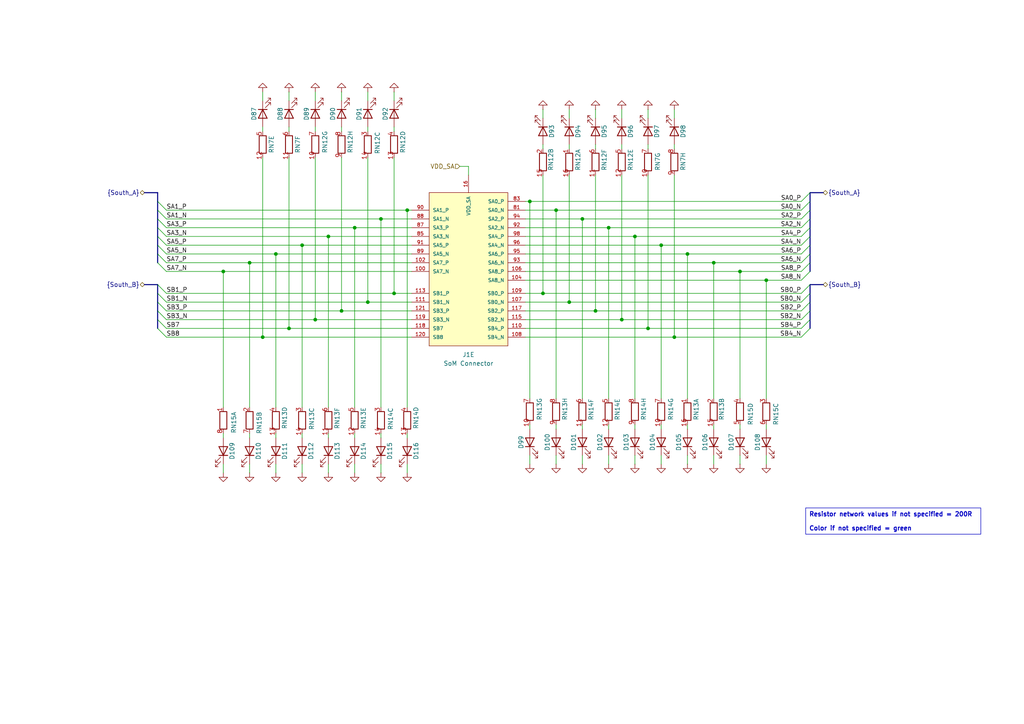
<source format=kicad_sch>
(kicad_sch (version 20231120) (generator "eeschema") (generator_version "8.0")
  (paper "A4")
  (title_block (title "SoM Programmer & Tester") (date "2024-12-20") (rev "0.1") (company "Technische Hochschule Köln") (comment 1 "Felix Sebastian Nitz"))
  (junction (at 80.01 73.66))
  (junction (at 76.2 97.79))
  (junction (at 99.06 90.17))
  (junction (at 118.11 60.96))
  (junction (at 114.3 85.09))
  (junction (at 83.82 95.25))
  (junction (at 172.72 90.17))
  (junction (at 153.67 58.42))
  (junction (at 72.39 76.2))
  (junction (at 102.87 66.04))
  (junction (at 191.77 71.12))
  (junction (at 87.63 71.12))
  (junction (at 187.96 95.25))
  (junction (at 95.25 68.58))
  (junction (at 207.01 76.2))
  (junction (at 91.44 92.71))
  (junction (at 222.25 81.28))
  (junction (at 195.58 97.79))
  (junction (at 199.39 73.66))
  (junction (at 110.49 63.5))
  (junction (at 184.15 68.58))
  (junction (at 64.77 78.74))
  (junction (at 180.34 92.71))
  (junction (at 168.91 63.5))
  (junction (at 176.53 66.04))
  (junction (at 214.63 78.74))
  (junction (at 106.68 87.63))
  (junction (at 161.29 60.96))
  (junction (at 165.1 87.63))
  (junction (at 157.48 85.09))
  (bus_entry (at 234.95 87.63) (size -2.54 2.54))
  (bus_entry (at 234.95 68.58) (size -2.54 2.54))
  (bus_entry (at 234.95 66.04) (size -2.54 2.54))
  (bus_entry (at 234.95 90.17) (size -2.54 2.54))
  (bus_entry (at 234.95 78.74) (size -2.54 2.54))
  (bus_entry (at 234.95 95.25) (size -2.54 2.54))
  (bus_entry (at 234.95 85.09) (size -2.54 2.54))
  (bus_entry (at 45.72 58.42) (size 2.54 2.54))
  (bus_entry (at 45.72 71.12) (size 2.54 2.54))
  (bus_entry (at 45.72 68.58) (size 2.54 2.54))
  (bus_entry (at 45.72 63.5) (size 2.54 2.54))
  (bus_entry (at 45.72 76.2) (size 2.54 2.54))
  (bus_entry (at 45.72 73.66) (size 2.54 2.54))
  (bus_entry (at 45.72 66.04) (size 2.54 2.54))
  (bus_entry (at 234.95 82.55) (size -2.54 2.54))
  (bus_entry (at 45.72 92.71) (size 2.54 2.54))
  (bus_entry (at 45.72 95.25) (size 2.54 2.54))
  (bus_entry (at 234.95 76.2) (size -2.54 2.54))
  (bus_entry (at 234.95 60.96) (size -2.54 2.54))
  (bus_entry (at 234.95 92.71) (size -2.54 2.54))
  (bus_entry (at 234.95 71.12) (size -2.54 2.54))
  (bus_entry (at 45.72 90.17) (size 2.54 2.54))
  (bus_entry (at 234.95 63.5) (size -2.54 2.54))
  (bus_entry (at 45.72 60.96) (size 2.54 2.54))
  (bus_entry (at 234.95 73.66) (size -2.54 2.54))
  (bus_entry (at 45.72 82.55) (size 2.54 2.54))
  (bus_entry (at 45.72 87.63) (size 2.54 2.54))
  (bus_entry (at 45.72 85.09) (size 2.54 2.54))
  (bus_entry (at 234.95 58.42) (size -2.54 2.54))
  (bus_entry (at 234.95 55.88) (size -2.54 2.54))
  (wire (pts (xy 91.44 92.71) (xy 91.44 45.72)))
  (wire (pts (xy 110.49 63.5) (xy 119.38 63.5)))
  (wire (pts (xy 83.82 95.25) (xy 83.82 45.72)))
  (bus (pts (xy 234.95 87.63) (xy 234.95 90.17)))
  (wire (pts (xy 187.96 95.25) (xy 187.96 50.8)))
  (wire (pts (xy 118.11 134.62) (xy 118.11 137.16)))
  (wire (pts (xy 48.26 73.66) (xy 80.01 73.66)))
  (wire (pts (xy 168.91 63.5) (xy 168.91 115.57)))
  (bus (pts (xy 45.72 58.42) (xy 45.72 60.96)))
  (wire (pts (xy 176.53 123.19) (xy 176.53 124.46)))
  (wire (pts (xy 152.4 92.71) (xy 180.34 92.71)))
  (wire (pts (xy 152.4 60.96) (xy 161.29 60.96)))
  (bus (pts (xy 234.95 90.17) (xy 234.95 92.71)))
  (wire (pts (xy 165.1 87.63) (xy 165.1 50.8)))
  (wire (pts (xy 199.39 73.66) (xy 232.41 73.66)))
  (wire (pts (xy 214.63 78.74) (xy 232.41 78.74)))
  (wire (pts (xy 91.44 92.71) (xy 119.38 92.71)))
  (wire (pts (xy 195.58 43.18) (xy 195.58 41.91)))
  (wire (pts (xy 152.4 71.12) (xy 191.77 71.12)))
  (wire (pts (xy 152.4 95.25) (xy 187.96 95.25)))
  (wire (pts (xy 199.39 73.66) (xy 199.39 115.57)))
  (wire (pts (xy 214.63 78.74) (xy 214.63 115.57)))
  (bus (pts (xy 234.95 63.5) (xy 234.95 66.04)))
  (wire (pts (xy 114.3 29.21) (xy 114.3 26.67)))
  (wire (pts (xy 191.77 123.19) (xy 191.77 124.46)))
  (wire (pts (xy 152.4 73.66) (xy 199.39 73.66)))
  (wire (pts (xy 48.26 97.79) (xy 76.2 97.79)))
  (wire (pts (xy 165.1 87.63) (xy 232.41 87.63)))
  (bus (pts (xy 234.95 58.42) (xy 234.95 60.96)))
  (bus (pts (xy 45.72 90.17) (xy 45.72 92.71)))
  (wire (pts (xy 80.01 125.73) (xy 80.01 127)))
  (bus (pts (xy 234.95 92.71) (xy 234.95 95.25)))
  (wire (pts (xy 99.06 90.17) (xy 99.06 45.72)))
  (wire (pts (xy 48.26 68.58) (xy 95.25 68.58)))
  (wire (pts (xy 48.26 76.2) (xy 72.39 76.2)))
  (wire (pts (xy 114.3 38.1) (xy 114.3 36.83)))
  (wire (pts (xy 95.25 125.73) (xy 95.25 127)))
  (bus (pts (xy 45.72 71.12) (xy 45.72 73.66)))
  (wire (pts (xy 48.26 78.74) (xy 64.77 78.74)))
  (wire (pts (xy 91.44 29.21) (xy 91.44 26.67)))
  (wire (pts (xy 152.4 68.58) (xy 184.15 68.58)))
  (wire (pts (xy 72.39 134.62) (xy 72.39 137.16)))
  (wire (pts (xy 184.15 68.58) (xy 232.41 68.58)))
  (wire (pts (xy 48.26 66.04) (xy 102.87 66.04)))
  (bus (pts (xy 45.72 66.04) (xy 45.72 68.58)))
  (wire (pts (xy 153.67 58.42) (xy 153.67 115.57)))
  (wire (pts (xy 153.67 123.19) (xy 153.67 124.46)))
  (wire (pts (xy 161.29 123.19) (xy 161.29 124.46)))
  (bus (pts (xy 234.95 82.55) (xy 234.95 85.09)))
  (wire (pts (xy 87.63 134.62) (xy 87.63 137.16)))
  (wire (pts (xy 152.4 81.28) (xy 222.25 81.28)))
  (wire (pts (xy 80.01 73.66) (xy 80.01 118.11)))
  (bus (pts (xy 45.72 92.71) (xy 45.72 95.25)))
  (wire (pts (xy 152.4 63.5) (xy 168.91 63.5)))
  (wire (pts (xy 48.26 85.09) (xy 114.3 85.09)))
  (wire (pts (xy 102.87 66.04) (xy 102.87 118.11)))
  (wire (pts (xy 95.25 68.58) (xy 95.25 118.11)))
  (bus (pts (xy 234.95 60.96) (xy 234.95 63.5)))
  (wire (pts (xy 207.01 76.2) (xy 207.01 115.57)))
  (wire (pts (xy 187.96 43.18) (xy 187.96 41.91)))
  (wire (pts (xy 110.49 134.62) (xy 110.49 137.16)))
  (bus (pts (xy 45.72 55.88) (xy 45.72 58.42)))
  (wire (pts (xy 48.26 63.5) (xy 110.49 63.5)))
  (wire (pts (xy 110.49 63.5) (xy 110.49 118.11)))
  (wire (pts (xy 152.4 76.2) (xy 207.01 76.2)))
  (bus (pts (xy 234.95 85.09) (xy 234.95 87.63)))
  (wire (pts (xy 165.1 34.29) (xy 165.1 31.75)))
  (wire (pts (xy 106.68 87.63) (xy 119.38 87.63)))
  (wire (pts (xy 76.2 45.72) (xy 76.2 97.79)))
  (wire (pts (xy 48.26 90.17) (xy 99.06 90.17)))
  (wire (pts (xy 80.01 134.62) (xy 80.01 137.16)))
  (wire (pts (xy 165.1 43.18) (xy 165.1 41.91)))
  (wire (pts (xy 87.63 125.73) (xy 87.63 127)))
  (wire (pts (xy 83.82 29.21) (xy 83.82 26.67)))
  (bus (pts (xy 45.72 85.09) (xy 45.72 87.63)))
  (wire (pts (xy 153.67 132.08) (xy 153.67 134.62)))
  (wire (pts (xy 180.34 92.71) (xy 180.34 50.8)))
  (wire (pts (xy 118.11 60.96) (xy 119.38 60.96)))
  (wire (pts (xy 152.4 87.63) (xy 165.1 87.63)))
  (wire (pts (xy 157.48 85.09) (xy 232.41 85.09)))
  (wire (pts (xy 184.15 132.08) (xy 184.15 134.62)))
  (wire (pts (xy 99.06 38.1) (xy 99.06 36.83)))
  (wire (pts (xy 207.01 132.08) (xy 207.01 134.62)))
  (wire (pts (xy 106.68 29.21) (xy 106.68 26.67)))
  (wire (pts (xy 95.25 68.58) (xy 119.38 68.58)))
  (wire (pts (xy 76.2 38.1) (xy 76.2 36.83)))
  (wire (pts (xy 172.72 90.17) (xy 232.41 90.17)))
  (bus (pts (xy 45.72 68.58) (xy 45.72 71.12)))
  (wire (pts (xy 72.39 76.2) (xy 119.38 76.2)))
  (wire (pts (xy 184.15 123.19) (xy 184.15 124.46)))
  (wire (pts (xy 106.68 38.1) (xy 106.68 36.83)))
  (wire (pts (xy 161.29 60.96) (xy 161.29 115.57)))
  (wire (pts (xy 180.34 43.18) (xy 180.34 41.91)))
  (wire (pts (xy 191.77 132.08) (xy 191.77 134.62)))
  (wire (pts (xy 195.58 97.79) (xy 232.41 97.79)))
  (wire (pts (xy 187.96 95.25) (xy 232.41 95.25)))
  (bus (pts (xy 234.95 73.66) (xy 234.95 76.2)))
  (wire (pts (xy 118.11 125.73) (xy 118.11 127)))
  (wire (pts (xy 152.4 58.42) (xy 153.67 58.42)))
  (wire (pts (xy 161.29 60.96) (xy 232.41 60.96)))
  (wire (pts (xy 48.26 60.96) (xy 118.11 60.96)))
  (wire (pts (xy 87.63 71.12) (xy 119.38 71.12)))
  (wire (pts (xy 80.01 73.66) (xy 119.38 73.66)))
  (wire (pts (xy 135.89 48.26) (xy 135.89 50.8)))
  (wire (pts (xy 99.06 29.21) (xy 99.06 26.67)))
  (wire (pts (xy 168.91 63.5) (xy 232.41 63.5)))
  (bus (pts (xy 234.95 71.12) (xy 234.95 73.66)))
  (bus (pts (xy 234.95 76.2) (xy 234.95 78.74)))
  (wire (pts (xy 168.91 123.19) (xy 168.91 124.46)))
  (wire (pts (xy 72.39 76.2) (xy 72.39 118.11)))
  (wire (pts (xy 152.4 78.74) (xy 214.63 78.74)))
  (wire (pts (xy 48.26 71.12) (xy 87.63 71.12)))
  (wire (pts (xy 102.87 134.62) (xy 102.87 137.16)))
  (wire (pts (xy 64.77 78.74) (xy 119.38 78.74)))
  (wire (pts (xy 48.26 95.25) (xy 83.82 95.25)))
  (wire (pts (xy 222.25 81.28) (xy 232.41 81.28)))
  (bus (pts (xy 234.95 68.58) (xy 234.95 71.12)))
  (wire (pts (xy 207.01 76.2) (xy 232.41 76.2)))
  (wire (pts (xy 207.01 123.19) (xy 207.01 124.46)))
  (wire (pts (xy 191.77 71.12) (xy 232.41 71.12)))
  (wire (pts (xy 191.77 71.12) (xy 191.77 115.57)))
  (bus (pts (xy 41.91 82.55) (xy 45.72 82.55)))
  (wire (pts (xy 222.25 123.19) (xy 222.25 124.46)))
  (wire (pts (xy 95.25 134.62) (xy 95.25 137.16)))
  (wire (pts (xy 172.72 43.18) (xy 172.72 41.91)))
  (wire (pts (xy 157.48 43.18) (xy 157.48 41.91)))
  (wire (pts (xy 48.26 92.71) (xy 91.44 92.71)))
  (wire (pts (xy 172.72 34.29) (xy 172.72 31.75)))
  (wire (pts (xy 110.49 125.73) (xy 110.49 127)))
  (bus (pts (xy 41.91 55.88) (xy 45.72 55.88)))
  (wire (pts (xy 180.34 34.29) (xy 180.34 31.75)))
  (bus (pts (xy 238.76 82.55) (xy 234.95 82.55)))
  (wire (pts (xy 76.2 29.21) (xy 76.2 26.67)))
  (bus (pts (xy 45.72 63.5) (xy 45.72 66.04)))
  (wire (pts (xy 152.4 66.04) (xy 176.53 66.04)))
  (wire (pts (xy 91.44 38.1) (xy 91.44 36.83)))
  (wire (pts (xy 222.25 81.28) (xy 222.25 115.57)))
  (wire (pts (xy 72.39 125.73) (xy 72.39 127)))
  (bus (pts (xy 45.72 73.66) (xy 45.72 76.2)))
  (wire (pts (xy 214.63 123.19) (xy 214.63 124.46)))
  (wire (pts (xy 180.34 92.71) (xy 232.41 92.71)))
  (wire (pts (xy 153.67 58.42) (xy 232.41 58.42)))
  (wire (pts (xy 222.25 132.08) (xy 222.25 134.62)))
  (bus (pts (xy 234.95 55.88) (xy 234.95 58.42)))
  (bus (pts (xy 234.95 55.88) (xy 238.76 55.88)))
  (wire (pts (xy 48.26 87.63) (xy 106.68 87.63)))
  (wire (pts (xy 102.87 66.04) (xy 119.38 66.04)))
  (wire (pts (xy 64.77 134.62) (xy 64.77 137.16)))
  (wire (pts (xy 64.77 125.73) (xy 64.77 127)))
  (wire (pts (xy 76.2 97.79) (xy 119.38 97.79)))
  (wire (pts (xy 118.11 60.96) (xy 118.11 118.11)))
  (wire (pts (xy 87.63 71.12) (xy 87.63 118.11)))
  (wire (pts (xy 176.53 66.04) (xy 232.41 66.04)))
  (bus (pts (xy 45.72 82.55) (xy 45.72 85.09)))
  (wire (pts (xy 161.29 132.08) (xy 161.29 134.62)))
  (wire (pts (xy 102.87 125.73) (xy 102.87 127)))
  (bus (pts (xy 45.72 87.63) (xy 45.72 90.17)))
  (wire (pts (xy 152.4 97.79) (xy 195.58 97.79)))
  (wire (pts (xy 114.3 85.09) (xy 119.38 85.09)))
  (wire (pts (xy 176.53 66.04) (xy 176.53 115.57)))
  (wire (pts (xy 83.82 95.25) (xy 119.38 95.25)))
  (wire (pts (xy 157.48 85.09) (xy 157.48 50.8)))
  (wire (pts (xy 187.96 34.29) (xy 187.96 31.75)))
  (wire (pts (xy 157.48 34.29) (xy 157.48 31.75)))
  (wire (pts (xy 152.4 90.17) (xy 172.72 90.17)))
  (wire (pts (xy 195.58 97.79) (xy 195.58 50.8)))
  (wire (pts (xy 184.15 68.58) (xy 184.15 115.57)))
  (bus (pts (xy 234.95 66.04) (xy 234.95 68.58)))
  (wire (pts (xy 199.39 132.08) (xy 199.39 134.62)))
  (wire (pts (xy 195.58 34.29) (xy 195.58 31.75)))
  (bus (pts (xy 45.72 60.96) (xy 45.72 63.5)))
  (wire (pts (xy 133.35 48.26) (xy 135.89 48.26)))
  (wire (pts (xy 176.53 132.08) (xy 176.53 134.62)))
  (wire (pts (xy 83.82 38.1) (xy 83.82 36.83)))
  (wire (pts (xy 214.63 132.08) (xy 214.63 134.62)))
  (wire (pts (xy 99.06 90.17) (xy 119.38 90.17)))
  (wire (pts (xy 64.77 78.74) (xy 64.77 118.11)))
  (wire (pts (xy 152.4 85.09) (xy 157.48 85.09)))
  (wire (pts (xy 106.68 87.63) (xy 106.68 45.72)))
  (wire (pts (xy 114.3 85.09) (xy 114.3 45.72)))
  (wire (pts (xy 172.72 90.17) (xy 172.72 50.8)))
  (wire (pts (xy 168.91 132.08) (xy 168.91 134.62)))
  (wire (pts (xy 199.39 123.19) (xy 199.39 124.46)))
  (text_box "Resistor network values if not specified = 200R\n\nColor if not specified = green" (at 233.68 147.32 0) (size 50.8 7.62) (effects (font (size 1.27 1.27) (thickness 0.254) (bold yes)) (justify left)))
  (label "SA5_P" (at 48.26 71.12 0))
  (label "SB3_P" (at 48.26 90.17 0))
  (label "SB4_N" (at 232.41 97.79 180))
  (label "SA6_N" (at 232.41 76.2 180))
  (label "SA0_P" (at 232.41 58.42 180))
  (label "SA7_P" (at 48.26 76.2 0))
  (label "SA0_N" (at 232.41 60.96 180))
  (label "SA5_N" (at 48.26 73.66 0))
  (label "SA8_P" (at 232.41 78.74 180))
  (label "SA1_P" (at 48.26 60.96 0))
  (label "SA4_P" (at 232.41 68.58 180))
  (label "SB7" (at 48.26 95.25 0))
  (label "SB1_P" (at 48.26 85.09 0))
  (label "SA7_N" (at 48.26 78.74 0))
  (label "SA2_N" (at 232.41 66.04 180))
  (label "SB2_N" (at 232.41 92.71 180))
  (label "SB2_P" (at 232.41 90.17 180))
  (label "SA3_N" (at 48.26 68.58 0))
  (label "SB0_N" (at 232.41 87.63 180))
  (label "SA1_N" (at 48.26 63.5 0))
  (label "SA3_P" (at 48.26 66.04 0))
  (label "SB4_P" (at 232.41 95.25 180))
  (label "SA6_P" (at 232.41 73.66 180))
  (label "SB3_N" (at 48.26 92.71 0))
  (label "SB8" (at 48.26 97.79 0))
  (label "SA2_P" (at 232.41 63.5 180))
  (label "SA4_N" (at 232.41 71.12 180))
  (label "SA8_N" (at 232.41 81.28 180))
  (label "SB1_N" (at 48.26 87.63 0))
  (label "SB0_P" (at 232.41 85.09 180))
  (hierarchical_label "{South_A}" (shape bidirectional) (at 238.76 55.88 0))
  (hierarchical_label "{South_B}" (shape bidirectional) (at 238.76 82.55 0))
  (hierarchical_label "VDD_SA" (shape input) (at 133.35 48.26 180))
  (hierarchical_label "{South_B}" (shape bidirectional) (at 41.91 82.55 180))
  (hierarchical_label "{South_A}" (shape bidirectional) (at 41.91 55.88 180))
  (symbol (lib_id "power:GND") (at 76.2 26.67 0) (mirror x) (unit 1)
    (property "Reference" "#PWR096" (effects (hide yes)))
    (property "Value" "GND" (effects (hide yes)))
    (property "Description" "Power symbol creates a global label with name \"GND\" , ground" (effects (hide yes)))
  )
  (symbol (lib_id "Device:LED") (at 176.53 128.27 90) (unit 1)
    (property "Reference" "D102" (at 173.99 128.27 0))
    (property "Value" "Green" (effects (hide yes)))
    (property "Footprint" "LED_SMD:LED_0603_1608Metric" (effects (hide yes)))
    (property "Description" "Light emitting diode" (effects (hide yes)))
    (property "Mouser Part Number" "710-150060VS75000" (effects (hide yes)))
  )
  (symbol (lib_id "power:GND") (at 114.3 26.67 0) (mirror x) (unit 1)
    (property "Reference" "#PWR0101" (effects (hide yes)))
    (property "Value" "GND" (effects (hide yes)))
    (property "Description" "Power symbol creates a global label with name \"GND\" , ground" (effects (hide yes)))
  )
  (symbol (lib_id "Device:R_Pack08_Split") (at 191.77 119.38 180) (unit 7)
    (property "Reference" "RN14" (at 194.564 121.92 90) (effects (justify right)))
    (property "Value" "200R" (effects (hide yes)))
    (property "Footprint" "Resistor_SMD:R_Array_Convex_8x0602" (effects (hide yes)))
    (property "Description" "8 resistor network, parallel topology, split" (effects (hide yes)))
    (property "Mouser Part Number" "667-EXB-2HV201JV" (effects (hide yes)))
  )
  (symbol (lib_id "power:GND") (at 168.91 134.62 0) (unit 1)
    (property "Reference" "#PWR0110" (effects (hide yes)))
    (property "Value" "GND" (effects (hide yes)))
    (property "Description" "Power symbol creates a global label with name \"GND\" , ground" (effects (hide yes)))
  )
  (symbol (lib_id "Device:R_Pack08_Split") (at 83.82 41.91 180) (unit 6)
    (property "Reference" "RN7" (at 86.36 44.45 90) (effects (justify right)))
    (property "Value" "200R" (effects (hide yes)))
    (property "Footprint" "Resistor_SMD:R_Array_Convex_8x0602" (effects (hide yes)))
    (property "Description" "8 resistor network, parallel topology, split" (effects (hide yes)))
    (property "Mouser Part Number" "667-EXB-2HV201JV" (effects (hide yes)))
  )
  (symbol (lib_id "power:GND") (at 110.49 137.16 0) (mirror y) (unit 1)
    (property "Reference" "#PWR0124" (effects (hide yes)))
    (property "Value" "GND" (effects (hide yes)))
    (property "Description" "Power symbol creates a global label with name \"GND\" , ground" (effects (hide yes)))
  )
  (symbol (lib_id "Device:LED") (at 76.2 33.02 90) (mirror x) (unit 1)
    (property "Reference" "D87" (at 73.66 33.02 0))
    (property "Value" "Green" (effects (hide yes)))
    (property "Footprint" "LED_SMD:LED_0603_1608Metric" (effects (hide yes)))
    (property "Description" "Light emitting diode" (effects (hide yes)))
    (property "Mouser Part Number" "710-150060VS75000" (effects (hide yes)))
  )
  (symbol (lib_id "Device:R_Pack08_Split") (at 153.67 119.38 180) (unit 7)
    (property "Reference" "RN13" (at 156.464 121.92 90) (effects (justify right)))
    (property "Value" "200R" (effects (hide yes)))
    (property "Footprint" "Resistor_SMD:R_Array_Convex_8x0602" (effects (hide yes)))
    (property "Description" "8 resistor network, parallel topology, split" (effects (hide yes)))
    (property "Mouser Part Number" "667-EXB-2HV201JV" (effects (hide yes)))
  )
  (symbol (lib_id "Device:R_Pack08_Split") (at 102.87 121.92 180) (unit 5)
    (property "Reference" "RN13" (at 105.41 124.46 90) (effects (justify right)))
    (property "Value" "200R" (effects (hide yes)))
    (property "Footprint" "Resistor_SMD:R_Array_Convex_8x0602" (effects (hide yes)))
    (property "Description" "8 resistor network, parallel topology, split" (effects (hide yes)))
    (property "Mouser Part Number" "667-EXB-2HV201JV" (effects (hide yes)))
  )
  (symbol (lib_id "Device:R_Pack08_Split") (at 184.15 119.38 180) (unit 8)
    (property "Reference" "RN14" (at 186.69 121.92 90) (effects (justify right)))
    (property "Value" "200R" (effects (hide yes)))
    (property "Footprint" "Resistor_SMD:R_Array_Convex_8x0602" (effects (hide yes)))
    (property "Description" "8 resistor network, parallel topology, split" (effects (hide yes)))
    (property "Mouser Part Number" "667-EXB-2HV201JV" (effects (hide yes)))
  )
  (symbol (lib_id "power:GND") (at 195.58 31.75 180) (unit 1)
    (property "Reference" "#PWR0107" (effects (hide yes)))
    (property "Value" "GND" (effects (hide yes)))
    (property "Description" "Power symbol creates a global label with name \"GND\" , ground" (effects (hide yes)))
  )
  (symbol (lib_id "power:GND") (at 80.01 137.16 0) (mirror y) (unit 1)
    (property "Reference" "#PWR0120" (effects (hide yes)))
    (property "Value" "GND" (effects (hide yes)))
    (property "Description" "Power symbol creates a global label with name \"GND\" , ground" (effects (hide yes)))
  )
  (symbol (lib_id "Device:LED") (at 187.96 38.1 270) (unit 1)
    (property "Reference" "D97" (at 190.5 38.1 0))
    (property "Value" "Green" (effects (hide yes)))
    (property "Footprint" "LED_SMD:LED_0603_1608Metric" (effects (hide yes)))
    (property "Description" "Light emitting diode" (effects (hide yes)))
    (property "Mouser Part Number" "710-150060VS75000" (effects (hide yes)))
  )
  (symbol (lib_id "power:GND") (at 87.63 137.16 0) (mirror y) (unit 1)
    (property "Reference" "#PWR0121" (effects (hide yes)))
    (property "Value" "GND" (effects (hide yes)))
    (property "Description" "Power symbol creates a global label with name \"GND\" , ground" (effects (hide yes)))
  )
  (symbol (lib_id "Device:LED") (at 172.72 38.1 270) (unit 1)
    (property "Reference" "D95" (at 175.26 38.1 0))
    (property "Value" "Green" (effects (hide yes)))
    (property "Footprint" "LED_SMD:LED_0603_1608Metric" (effects (hide yes)))
    (property "Description" "Light emitting diode" (effects (hide yes)))
    (property "Mouser Part Number" "710-150060VS75000" (effects (hide yes)))
  )
  (symbol (lib_id "power:GND") (at 72.39 137.16 0) (mirror y) (unit 1)
    (property "Reference" "#PWR0119" (effects (hide yes)))
    (property "Value" "GND" (effects (hide yes)))
    (property "Description" "Power symbol creates a global label with name \"GND\" , ground" (effects (hide yes)))
  )
  (symbol (lib_id "Device:R_Pack08_Split") (at 95.25 121.92 180) (unit 6)
    (property "Reference" "RN13" (at 97.79 124.46 90) (effects (justify right)))
    (property "Value" "200R" (effects (hide yes)))
    (property "Footprint" "Resistor_SMD:R_Array_Convex_8x0602" (effects (hide yes)))
    (property "Description" "8 resistor network, parallel topology, split" (effects (hide yes)))
    (property "Mouser Part Number" "667-EXB-2HV201JV" (effects (hide yes)))
  )
  (symbol (lib_id "Device:LED") (at 114.3 33.02 90) (mirror x) (unit 1)
    (property "Reference" "D92" (at 111.76 33.02 0))
    (property "Value" "Green" (effects (hide yes)))
    (property "Footprint" "LED_SMD:LED_0603_1608Metric" (effects (hide yes)))
    (property "Description" "Light emitting diode" (effects (hide yes)))
    (property "Mouser Part Number" "710-150060VS75000" (effects (hide yes)))
  )
  (symbol (lib_id "Device:LED") (at 80.01 130.81 270) (mirror x) (unit 1)
    (property "Reference" "D111" (at 82.55 130.81 0))
    (property "Value" "Green" (effects (hide yes)))
    (property "Footprint" "LED_SMD:LED_0603_1608Metric" (effects (hide yes)))
    (property "Description" "Light emitting diode" (effects (hide yes)))
    (property "Mouser Part Number" "710-150060VS75000" (effects (hide yes)))
  )
  (symbol (lib_id "Device:LED") (at 95.25 130.81 270) (mirror x) (unit 1)
    (property "Reference" "D113" (at 97.79 130.81 0))
    (property "Value" "Green" (effects (hide yes)))
    (property "Footprint" "LED_SMD:LED_0603_1608Metric" (effects (hide yes)))
    (property "Description" "Light emitting diode" (effects (hide yes)))
    (property "Mouser Part Number" "710-150060VS75000" (effects (hide yes)))
  )
  (symbol (lib_id "power:GND") (at 214.63 134.62 0) (unit 1)
    (property "Reference" "#PWR0116" (effects (hide yes)))
    (property "Value" "GND" (effects (hide yes)))
    (property "Description" "Power symbol creates a global label with name \"GND\" , ground" (effects (hide yes)))
  )
  (symbol (lib_id "Device:LED") (at 165.1 38.1 270) (unit 1)
    (property "Reference" "D94" (at 167.64 38.1 0))
    (property "Value" "Green" (effects (hide yes)))
    (property "Footprint" "LED_SMD:LED_0603_1608Metric" (effects (hide yes)))
    (property "Description" "Light emitting diode" (effects (hide yes)))
    (property "Mouser Part Number" "710-150060VS75000" (effects (hide yes)))
  )
  (symbol (lib_id "Device:LED") (at 168.91 128.27 90) (unit 1)
    (property "Reference" "D101" (at 166.37 128.27 0))
    (property "Value" "Green" (effects (hide yes)))
    (property "Footprint" "LED_SMD:LED_0603_1608Metric" (effects (hide yes)))
    (property "Description" "Light emitting diode" (effects (hide yes)))
    (property "Mouser Part Number" "710-150060VS75000" (effects (hide yes)))
  )
  (symbol (lib_id "Device:LED") (at 153.67 128.27 90) (unit 1)
    (property "Reference" "D99" (at 151.13 128.27 0))
    (property "Value" "Green" (effects (hide yes)))
    (property "Footprint" "LED_SMD:LED_0603_1608Metric" (effects (hide yes)))
    (property "Description" "Light emitting diode" (effects (hide yes)))
    (property "Mouser Part Number" "710-150060VS75000" (effects (hide yes)))
  )
  (symbol (lib_id "Device:R_Pack08_Split") (at 106.68 41.91 180) (unit 3)
    (property "Reference" "RN12" (at 109.474 44.704 90) (effects (justify right)))
    (property "Value" "200R" (effects (hide yes)))
    (property "Footprint" "Resistor_SMD:R_Array_Convex_8x0602" (effects (hide yes)))
    (property "Description" "8 resistor network, parallel topology, split" (effects (hide yes)))
    (property "Mouser Part Number" "667-EXB-2HV201JV" (effects (hide yes)))
  )
  (symbol (lib_id "power:GND") (at 106.68 26.67 0) (mirror x) (unit 1)
    (property "Reference" "#PWR0100" (effects (hide yes)))
    (property "Value" "GND" (effects (hide yes)))
    (property "Description" "Power symbol creates a global label with name \"GND\" , ground" (effects (hide yes)))
  )
  (symbol (lib_id "Device:R_Pack08_Split") (at 195.58 46.99 180) (unit 8)
    (property "Reference" "RN7" (at 198.12 49.53 90) (effects (justify right)))
    (property "Value" "200R" (effects (hide yes)))
    (property "Footprint" "Resistor_SMD:R_Array_Convex_8x0602" (effects (hide yes)))
    (property "Description" "8 resistor network, parallel topology, split" (effects (hide yes)))
    (property "Mouser Part Number" "667-EXB-2HV201JV" (effects (hide yes)))
  )
  (symbol (lib_id "Device:R_Pack08_Split") (at 165.1 46.99 180) (unit 1)
    (property "Reference" "RN12" (at 167.64 49.53 90) (effects (justify right)))
    (property "Value" "200R" (effects (hide yes)))
    (property "Footprint" "Resistor_SMD:R_Array_Convex_8x0602" (effects (hide yes)))
    (property "Description" "8 resistor network, parallel topology, split" (effects (hide yes)))
    (property "Mouser Part Number" "667-EXB-2HV201JV" (effects (hide yes)))
  )
  (symbol (lib_id "power:GND") (at 95.25 137.16 0) (mirror y) (unit 1)
    (property "Reference" "#PWR0122" (effects (hide yes)))
    (property "Value" "GND" (effects (hide yes)))
    (property "Description" "Power symbol creates a global label with name \"GND\" , ground" (effects (hide yes)))
  )
  (symbol (lib_id "Device:LED") (at 102.87 130.81 270) (mirror x) (unit 1)
    (property "Reference" "D114" (at 105.41 130.81 0))
    (property "Value" "Green" (effects (hide yes)))
    (property "Footprint" "LED_SMD:LED_0603_1608Metric" (effects (hide yes)))
    (property "Description" "Light emitting diode" (effects (hide yes)))
    (property "Mouser Part Number" "710-150060VS75000" (effects (hide yes)))
  )
  (symbol (lib_id "Device:R_Pack08_Split") (at 176.53 119.38 180) (unit 5)
    (property "Reference" "RN14" (at 179.07 121.92 90) (effects (justify right)))
    (property "Value" "200R" (effects (hide yes)))
    (property "Footprint" "Resistor_SMD:R_Array_Convex_8x0602" (effects (hide yes)))
    (property "Description" "8 resistor network, parallel topology, split" (effects (hide yes)))
    (property "Mouser Part Number" "667-EXB-2HV201JV" (effects (hide yes)))
  )
  (symbol (lib_id "Device:R_Pack08_Split") (at 110.49 121.92 180) (unit 3)
    (property "Reference" "RN14" (at 113.284 124.714 90) (effects (justify right)))
    (property "Value" "200R" (effects (hide yes)))
    (property "Footprint" "Resistor_SMD:R_Array_Convex_8x0602" (effects (hide yes)))
    (property "Description" "8 resistor network, parallel topology, split" (effects (hide yes)))
    (property "Mouser Part Number" "667-EXB-2HV201JV" (effects (hide yes)))
  )
  (symbol (lib_id "Device:R_Pack04_Split") (at 222.25 119.38 0) (mirror x) (unit 3)
    (property "Reference" "RN15" (at 225.044 116.84 90) (effects (justify left)))
    (property "Value" "200R" (effects (hide yes)))
    (property "Footprint" "Resistor_SMD:R_Array_Convex_4x0603" (effects (hide yes)))
    (property "Description" "4 resistor network, parallel topology, split" (effects (hide yes)))
    (property "Mouser Part Number" "667-EXB-38V201JV" (effects (hide yes)))
  )
  (symbol (lib_id "Device:R_Pack08_Split") (at 172.72 46.99 180) (unit 6)
    (property "Reference" "RN12" (at 175.26 49.53 90) (effects (justify right)))
    (property "Value" "200R" (effects (hide yes)))
    (property "Footprint" "Resistor_SMD:R_Array_Convex_8x0602" (effects (hide yes)))
    (property "Description" "8 resistor network, parallel topology, split" (effects (hide yes)))
    (property "Mouser Part Number" "667-EXB-2HV201JV" (effects (hide yes)))
  )
  (symbol (lib_id "Device:LED") (at 195.58 38.1 270) (unit 1)
    (property "Reference" "D98" (at 198.12 38.1 0))
    (property "Value" "Green" (effects (hide yes)))
    (property "Footprint" "LED_SMD:LED_0603_1608Metric" (effects (hide yes)))
    (property "Description" "Light emitting diode" (effects (hide yes)))
    (property "Mouser Part Number" "710-150060VS75000" (effects (hide yes)))
  )
  (symbol (lib_id "power:GND") (at 165.1 31.75 180) (unit 1)
    (property "Reference" "#PWR0103" (effects (hide yes)))
    (property "Value" "GND" (effects (hide yes)))
    (property "Description" "Power symbol creates a global label with name \"GND\" , ground" (effects (hide yes)))
  )
  (symbol (lib_id "power:GND") (at 161.29 134.62 0) (unit 1)
    (property "Reference" "#PWR0109" (effects (hide yes)))
    (property "Value" "GND" (effects (hide yes)))
    (property "Description" "Power symbol creates a global label with name \"GND\" , ground" (effects (hide yes)))
  )
  (symbol (lib_id "Device:R_Pack08_Split") (at 168.91 119.38 180) (unit 6)
    (property "Reference" "RN14" (at 171.45 121.92 90) (effects (justify right)))
    (property "Value" "200R" (effects (hide yes)))
    (property "Footprint" "Resistor_SMD:R_Array_Convex_8x0602" (effects (hide yes)))
    (property "Description" "8 resistor network, parallel topology, split" (effects (hide yes)))
    (property "Mouser Part Number" "667-EXB-2HV201JV" (effects (hide yes)))
  )
  (symbol (lib_id "Device:R_Pack08_Split") (at 187.96 46.99 180) (unit 7)
    (property "Reference" "RN7" (at 190.754 49.53 90) (effects (justify right)))
    (property "Value" "200R" (effects (hide yes)))
    (property "Footprint" "Resistor_SMD:R_Array_Convex_8x0602" (effects (hide yes)))
    (property "Description" "8 resistor network, parallel topology, split" (effects (hide yes)))
    (property "Mouser Part Number" "667-EXB-2HV201JV" (effects (hide yes)))
  )
  (symbol (lib_id "power:GND") (at 180.34 31.75 180) (unit 1)
    (property "Reference" "#PWR0105" (effects (hide yes)))
    (property "Value" "GND" (effects (hide yes)))
    (property "Description" "Power symbol creates a global label with name \"GND\" , ground" (effects (hide yes)))
  )
  (symbol (lib_id "Device:LED") (at 191.77 128.27 90) (unit 1)
    (property "Reference" "D104" (at 189.23 128.27 0))
    (property "Value" "Green" (effects (hide yes)))
    (property "Footprint" "LED_SMD:LED_0603_1608Metric" (effects (hide yes)))
    (property "Description" "Light emitting diode" (effects (hide yes)))
    (property "Mouser Part Number" "710-150060VS75000" (effects (hide yes)))
  )
  (symbol (lib_id "Device:R_Pack08_Split") (at 161.29 119.38 180) (unit 8)
    (property "Reference" "RN13" (at 163.83 121.92 90) (effects (justify right)))
    (property "Value" "200R" (effects (hide yes)))
    (property "Footprint" "Resistor_SMD:R_Array_Convex_8x0602" (effects (hide yes)))
    (property "Description" "8 resistor network, parallel topology, split" (effects (hide yes)))
    (property "Mouser Part Number" "667-EXB-2HV201JV" (effects (hide yes)))
  )
  (symbol (lib_id "Device:LED") (at 106.68 33.02 90) (mirror x) (unit 1)
    (property "Reference" "D91" (at 104.14 33.02 0))
    (property "Value" "Green" (effects (hide yes)))
    (property "Footprint" "LED_SMD:LED_0603_1608Metric" (effects (hide yes)))
    (property "Description" "Light emitting diode" (effects (hide yes)))
    (property "Mouser Part Number" "710-150060VS75000" (effects (hide yes)))
  )
  (symbol (lib_id "Device:LED") (at 180.34 38.1 270) (unit 1)
    (property "Reference" "D96" (at 182.88 38.1 0))
    (property "Value" "Green" (effects (hide yes)))
    (property "Footprint" "LED_SMD:LED_0603_1608Metric" (effects (hide yes)))
    (property "Description" "Light emitting diode" (effects (hide yes)))
    (property "Mouser Part Number" "710-150060VS75000" (effects (hide yes)))
  )
  (symbol (lib_id "Device:LED") (at 83.82 33.02 90) (mirror x) (unit 1)
    (property "Reference" "D88" (at 81.28 33.02 0))
    (property "Value" "Green" (effects (hide yes)))
    (property "Footprint" "LED_SMD:LED_0603_1608Metric" (effects (hide yes)))
    (property "Description" "Light emitting diode" (effects (hide yes)))
    (property "Mouser Part Number" "710-150060VS75000" (effects (hide yes)))
  )
  (symbol (lib_id "Device:R_Pack08_Split") (at 118.11 121.92 180) (unit 4)
    (property "Reference" "RN14" (at 120.65 124.46 90) (effects (justify right)))
    (property "Value" "200R" (effects (hide yes)))
    (property "Footprint" "Resistor_SMD:R_Array_Convex_8x0602" (effects (hide yes)))
    (property "Description" "8 resistor network, parallel topology, split" (effects (hide yes)))
    (property "Mouser Part Number" "667-EXB-2HV201JV" (effects (hide yes)))
  )
  (symbol (lib_id "power:GND") (at 172.72 31.75 180) (unit 1)
    (property "Reference" "#PWR0104" (effects (hide yes)))
    (property "Value" "GND" (effects (hide yes)))
    (property "Description" "Power symbol creates a global label with name \"GND\" , ground" (effects (hide yes)))
  )
  (symbol (lib_id "power:GND") (at 222.25 134.62 0) (unit 1)
    (property "Reference" "#PWR0117" (effects (hide yes)))
    (property "Value" "GND" (effects (hide yes)))
    (property "Description" "Power symbol creates a global label with name \"GND\" , ground" (effects (hide yes)))
  )
  (symbol (lib_id "power:GND") (at 191.77 134.62 0) (unit 1)
    (property "Reference" "#PWR0113" (effects (hide yes)))
    (property "Value" "GND" (effects (hide yes)))
    (property "Description" "Power symbol creates a global label with name \"GND\" , ground" (effects (hide yes)))
  )
  (symbol (lib_id "Device:R_Pack08_Split") (at 114.3 41.91 180) (unit 4)
    (property "Reference" "RN12" (at 116.84 44.45 90) (effects (justify right)))
    (property "Value" "200R" (effects (hide yes)))
    (property "Footprint" "Resistor_SMD:R_Array_Convex_8x0602" (effects (hide yes)))
    (property "Description" "8 resistor network, parallel topology, split" (effects (hide yes)))
    (property "Mouser Part Number" "667-EXB-2HV201JV" (effects (hide yes)))
  )
  (symbol (lib_id "Device:LED") (at 110.49 130.81 270) (mirror x) (unit 1)
    (property "Reference" "D115" (at 113.03 130.81 0))
    (property "Value" "Green" (effects (hide yes)))
    (property "Footprint" "LED_SMD:LED_0603_1608Metric" (effects (hide yes)))
    (property "Description" "Light emitting diode" (effects (hide yes)))
    (property "Mouser Part Number" "710-150060VS75000" (effects (hide yes)))
  )
  (symbol (lib_id "Device:LED") (at 214.63 128.27 90) (unit 1)
    (property "Reference" "D107" (at 212.09 128.27 0))
    (property "Value" "Green" (effects (hide yes)))
    (property "Footprint" "LED_SMD:LED_0603_1608Metric" (effects (hide yes)))
    (property "Description" "Light emitting diode" (effects (hide yes)))
    (property "Mouser Part Number" "710-150060VS75000" (effects (hide yes)))
  )
  (symbol (lib_id "Device:R_Pack04_Split") (at 72.39 121.92 0) (mirror x) (unit 2)
    (property "Reference" "RN15" (at 75.184 119.38 90) (effects (justify left)))
    (property "Value" "200R" (effects (hide yes)))
    (property "Footprint" "Resistor_SMD:R_Array_Convex_4x0603" (effects (hide yes)))
    (property "Description" "4 resistor network, parallel topology, split" (effects (hide yes)))
    (property "Mouser Part Number" "667-EXB-38V201JV" (effects (hide yes)))
  )
  (symbol (lib_id "Device:R_Pack08_Split") (at 80.01 121.92 180) (unit 4)
    (property "Reference" "RN13" (at 82.55 124.46 90) (effects (justify right)))
    (property "Value" "200R" (effects (hide yes)))
    (property "Footprint" "Resistor_SMD:R_Array_Convex_8x0602" (effects (hide yes)))
    (property "Description" "8 resistor network, parallel topology, split" (effects (hide yes)))
    (property "Mouser Part Number" "667-EXB-2HV201JV" (effects (hide yes)))
  )
  (symbol (lib_id "power:GND") (at 153.67 134.62 0) (unit 1)
    (property "Reference" "#PWR0108" (effects (hide yes)))
    (property "Value" "GND" (effects (hide yes)))
    (property "Description" "Power symbol creates a global label with name \"GND\" , ground" (effects (hide yes)))
  )
  (symbol (lib_id "Device:LED") (at 72.39 130.81 270) (mirror x) (unit 1)
    (property "Reference" "D110" (at 74.93 130.81 0))
    (property "Value" "Green" (effects (hide yes)))
    (property "Footprint" "LED_SMD:LED_0603_1608Metric" (effects (hide yes)))
    (property "Description" "Light emitting diode" (effects (hide yes)))
    (property "Mouser Part Number" "710-150060VS75000" (effects (hide yes)))
  )
  (symbol (lib_id "power:GND") (at 199.39 134.62 0) (unit 1)
    (property "Reference" "#PWR0114" (effects (hide yes)))
    (property "Value" "GND" (effects (hide yes)))
    (property "Description" "Power symbol creates a global label with name \"GND\" , ground" (effects (hide yes)))
  )
  (symbol (lib_id "ccsom_lib:SoM connector") (at 135.89 73.66 0) (unit 5)
    (property "Reference" "J1" (at 135.89 102.87 0))
    (property "Value" "SoM Connector" (at 135.89 105.41 0))
    (property "Footprint" "ccsom_Footprint_lib:SoM_Connector" (effects (hide yes)))
    (property "Description" "TE_1473005-1" (effects (hide yes)))
    (property "STANDARD" "Manufacturer Recommendations" (effects (hide yes)))
    (property "MAXIMUM_PACKAGE_HEIGHT" "5.9mm" (effects (hide yes)))
    (property "MANUFACTURER" "TE Connectivity" (effects (hide yes)))
    (property "Mouser Part Number" "571-1473005-1" (effects (hide yes)))
  )
  (symbol (lib_id "power:GND") (at 102.87 137.16 0) (mirror y) (unit 1)
    (property "Reference" "#PWR0123" (effects (hide yes)))
    (property "Value" "GND" (effects (hide yes)))
    (property "Description" "Power symbol creates a global label with name \"GND\" , ground" (effects (hide yes)))
  )
  (symbol (lib_id "Device:LED") (at 99.06 33.02 90) (mirror x) (unit 1)
    (property "Reference" "D90" (at 96.52 33.02 0))
    (property "Value" "Green" (effects (hide yes)))
    (property "Footprint" "LED_SMD:LED_0603_1608Metric" (effects (hide yes)))
    (property "Description" "Light emitting diode" (effects (hide yes)))
    (property "Mouser Part Number" "710-150060VS75000" (effects (hide yes)))
  )
  (symbol (lib_id "power:GND") (at 83.82 26.67 0) (mirror x) (unit 1)
    (property "Reference" "#PWR097" (effects (hide yes)))
    (property "Value" "GND" (effects (hide yes)))
    (property "Description" "Power symbol creates a global label with name \"GND\" , ground" (effects (hide yes)))
  )
  (symbol (lib_id "Device:LED") (at 87.63 130.81 270) (mirror x) (unit 1)
    (property "Reference" "D112" (at 90.17 130.81 0))
    (property "Value" "Green" (effects (hide yes)))
    (property "Footprint" "LED_SMD:LED_0603_1608Metric" (effects (hide yes)))
    (property "Description" "Light emitting diode" (effects (hide yes)))
    (property "Mouser Part Number" "710-150060VS75000" (effects (hide yes)))
  )
  (symbol (lib_id "Device:R_Pack04_Split") (at 214.63 119.38 0) (mirror x) (unit 4)
    (property "Reference" "RN15" (at 217.678 116.84 90) (effects (justify left)))
    (property "Value" "200R" (effects (hide yes)))
    (property "Footprint" "Resistor_SMD:R_Array_Convex_4x0603" (effects (hide yes)))
    (property "Description" "4 resistor network, parallel topology, split" (effects (hide yes)))
    (property "Mouser Part Number" "667-EXB-38V201JV" (effects (hide yes)))
  )
  (symbol (lib_id "Device:LED") (at 91.44 33.02 90) (mirror x) (unit 1)
    (property "Reference" "D89" (at 88.9 33.02 0))
    (property "Value" "Green" (effects (hide yes)))
    (property "Footprint" "LED_SMD:LED_0603_1608Metric" (effects (hide yes)))
    (property "Description" "Light emitting diode" (effects (hide yes)))
    (property "Mouser Part Number" "710-150060VS75000" (effects (hide yes)))
  )
  (symbol (lib_id "Device:LED") (at 184.15 128.27 90) (unit 1)
    (property "Reference" "D103" (at 181.61 128.27 0))
    (property "Value" "Green" (effects (hide yes)))
    (property "Footprint" "LED_SMD:LED_0603_1608Metric" (effects (hide yes)))
    (property "Description" "Light emitting diode" (effects (hide yes)))
    (property "Mouser Part Number" "710-150060VS75000" (effects (hide yes)))
  )
  (symbol (lib_id "power:GND") (at 91.44 26.67 0) (mirror x) (unit 1)
    (property "Reference" "#PWR098" (effects (hide yes)))
    (property "Value" "GND" (effects (hide yes)))
    (property "Description" "Power symbol creates a global label with name \"GND\" , ground" (effects (hide yes)))
  )
  (symbol (lib_id "Device:R_Pack08_Split") (at 207.01 119.38 180) (unit 2)
    (property "Reference" "RN13" (at 209.296 121.92 90) (effects (justify right)))
    (property "Value" "200R" (effects (hide yes)))
    (property "Footprint" "Resistor_SMD:R_Array_Convex_8x0602" (effects (hide yes)))
    (property "Description" "8 resistor network, parallel topology, split" (effects (hide yes)))
    (property "Mouser Part Number" "667-EXB-2HV201JV" (effects (hide yes)))
  )
  (symbol (lib_id "power:GND") (at 118.11 137.16 0) (mirror y) (unit 1)
    (property "Reference" "#PWR0125" (effects (hide yes)))
    (property "Value" "GND" (effects (hide yes)))
    (property "Description" "Power symbol creates a global label with name \"GND\" , ground" (effects (hide yes)))
  )
  (symbol (lib_id "power:GND") (at 207.01 134.62 0) (unit 1)
    (property "Reference" "#PWR0115" (effects (hide yes)))
    (property "Value" "GND" (effects (hide yes)))
    (property "Description" "Power symbol creates a global label with name \"GND\" , ground" (effects (hide yes)))
  )
  (symbol (lib_id "Device:R_Pack08_Split") (at 157.48 46.99 180) (unit 2)
    (property "Reference" "RN12" (at 159.766 49.53 90) (effects (justify right)))
    (property "Value" "200R" (effects (hide yes)))
    (property "Footprint" "Resistor_SMD:R_Array_Convex_8x0602" (effects (hide yes)))
    (property "Description" "8 resistor network, parallel topology, split" (effects (hide yes)))
    (property "Mouser Part Number" "667-EXB-2HV201JV" (effects (hide yes)))
  )
  (symbol (lib_id "Device:LED") (at 161.29 128.27 90) (unit 1)
    (property "Reference" "D100" (at 158.75 128.27 0))
    (property "Value" "Green" (effects (hide yes)))
    (property "Footprint" "LED_SMD:LED_0603_1608Metric" (effects (hide yes)))
    (property "Description" "Light emitting diode" (effects (hide yes)))
    (property "Mouser Part Number" "710-150060VS75000" (effects (hide yes)))
  )
  (symbol (lib_id "Device:R_Pack08_Split") (at 91.44 41.91 180) (unit 7)
    (property "Reference" "RN12" (at 94.234 44.45 90) (effects (justify right)))
    (property "Value" "200R" (effects (hide yes)))
    (property "Footprint" "Resistor_SMD:R_Array_Convex_8x0602" (effects (hide yes)))
    (property "Description" "8 resistor network, parallel topology, split" (effects (hide yes)))
    (property "Mouser Part Number" "667-EXB-2HV201JV" (effects (hide yes)))
  )
  (symbol (lib_id "Device:LED") (at 199.39 128.27 90) (unit 1)
    (property "Reference" "D105" (at 196.85 128.27 0))
    (property "Value" "Green" (effects (hide yes)))
    (property "Footprint" "LED_SMD:LED_0603_1608Metric" (effects (hide yes)))
    (property "Description" "Light emitting diode" (effects (hide yes)))
    (property "Mouser Part Number" "710-150060VS75000" (effects (hide yes)))
  )
  (symbol (lib_id "Device:LED") (at 207.01 128.27 90) (unit 1)
    (property "Reference" "D106" (at 204.47 128.27 0))
    (property "Value" "Green" (effects (hide yes)))
    (property "Footprint" "LED_SMD:LED_0603_1608Metric" (effects (hide yes)))
    (property "Description" "Light emitting diode" (effects (hide yes)))
    (property "Mouser Part Number" "710-150060VS75000" (effects (hide yes)))
  )
  (symbol (lib_id "power:GND") (at 176.53 134.62 0) (unit 1)
    (property "Reference" "#PWR0111" (effects (hide yes)))
    (property "Value" "GND" (effects (hide yes)))
    (property "Description" "Power symbol creates a global label with name \"GND\" , ground" (effects (hide yes)))
  )
  (symbol (lib_id "Device:R_Pack08_Split") (at 199.39 119.38 180) (unit 1)
    (property "Reference" "RN13" (at 201.93 121.92 90) (effects (justify right)))
    (property "Value" "200R" (effects (hide yes)))
    (property "Footprint" "Resistor_SMD:R_Array_Convex_8x0602" (effects (hide yes)))
    (property "Description" "8 resistor network, parallel topology, split" (effects (hide yes)))
    (property "Mouser Part Number" "667-EXB-2HV201JV" (effects (hide yes)))
  )
  (symbol (lib_id "Device:LED") (at 64.77 130.81 270) (mirror x) (unit 1)
    (property "Reference" "D109" (at 67.31 130.81 0))
    (property "Value" "Green" (effects (hide yes)))
    (property "Footprint" "LED_SMD:LED_0603_1608Metric" (effects (hide yes)))
    (property "Description" "Light emitting diode" (effects (hide yes)))
    (property "Mouser Part Number" "710-150060VS75000" (effects (hide yes)))
  )
  (symbol (lib_id "Device:R_Pack08_Split") (at 87.63 121.92 180) (unit 3)
    (property "Reference" "RN13" (at 90.424 124.714 90) (effects (justify right)))
    (property "Value" "200R" (effects (hide yes)))
    (property "Footprint" "Resistor_SMD:R_Array_Convex_8x0602" (effects (hide yes)))
    (property "Description" "8 resistor network, parallel topology, split" (effects (hide yes)))
    (property "Mouser Part Number" "667-EXB-2HV201JV" (effects (hide yes)))
  )
  (symbol (lib_id "power:GND") (at 184.15 134.62 0) (unit 1)
    (property "Reference" "#PWR0112" (effects (hide yes)))
    (property "Value" "GND" (effects (hide yes)))
    (property "Description" "Power symbol creates a global label with name \"GND\" , ground" (effects (hide yes)))
  )
  (symbol (lib_id "Device:R_Pack08_Split") (at 99.06 41.91 180) (unit 8)
    (property "Reference" "RN12" (at 101.6 44.45 90) (effects (justify right)))
    (property "Value" "200R" (effects (hide yes)))
    (property "Footprint" "Resistor_SMD:R_Array_Convex_8x0602" (effects (hide yes)))
    (property "Description" "8 resistor network, parallel topology, split" (effects (hide yes)))
    (property "Mouser Part Number" "667-EXB-2HV201JV" (effects (hide yes)))
  )
  (symbol (lib_id "Device:LED") (at 222.25 128.27 90) (unit 1)
    (property "Reference" "D108" (at 219.71 128.27 0))
    (property "Value" "Green" (effects (hide yes)))
    (property "Footprint" "LED_SMD:LED_0603_1608Metric" (effects (hide yes)))
    (property "Description" "Light emitting diode" (effects (hide yes)))
    (property "Mouser Part Number" "710-150060VS75000" (effects (hide yes)))
  )
  (symbol (lib_id "Device:R_Pack08_Split") (at 76.2 41.91 180) (unit 5)
    (property "Reference" "RN7" (at 78.74 44.45 90) (effects (justify right)))
    (property "Value" "200R" (effects (hide yes)))
    (property "Footprint" "Resistor_SMD:R_Array_Convex_8x0602" (effects (hide yes)))
    (property "Description" "8 resistor network, parallel topology, split" (effects (hide yes)))
    (property "Mouser Part Number" "667-EXB-2HV201JV" (effects (hide yes)))
  )
  (symbol (lib_id "power:GND") (at 99.06 26.67 0) (mirror x) (unit 1)
    (property "Reference" "#PWR099" (effects (hide yes)))
    (property "Value" "GND" (effects (hide yes)))
    (property "Description" "Power symbol creates a global label with name \"GND\" , ground" (effects (hide yes)))
  )
  (symbol (lib_id "Device:R_Pack04_Split") (at 64.77 121.92 0) (mirror x) (unit 1)
    (property "Reference" "RN15" (at 67.818 119.38 90) (effects (justify left)))
    (property "Value" "200R" (effects (hide yes)))
    (property "Footprint" "Resistor_SMD:R_Array_Convex_4x0603" (effects (hide yes)))
    (property "Description" "4 resistor network, parallel topology, split" (effects (hide yes)))
    (property "Mouser Part Number" "667-EXB-38V201JV" (effects (hide yes)))
  )
  (symbol (lib_id "Device:LED") (at 157.48 38.1 270) (unit 1)
    (property "Reference" "D93" (at 160.02 38.1 0))
    (property "Value" "Green" (effects (hide yes)))
    (property "Footprint" "LED_SMD:LED_0603_1608Metric" (effects (hide yes)))
    (property "Description" "Light emitting diode" (effects (hide yes)))
    (property "Mouser Part Number" "710-150060VS75000" (effects (hide yes)))
  )
  (symbol (lib_id "power:GND") (at 64.77 137.16 0) (mirror y) (unit 1)
    (property "Reference" "#PWR0118" (effects (hide yes)))
    (property "Value" "GND" (effects (hide yes)))
    (property "Description" "Power symbol creates a global label with name \"GND\" , ground" (effects (hide yes)))
  )
  (symbol (lib_id "power:GND") (at 157.48 31.75 180) (unit 1)
    (property "Reference" "#PWR0102" (effects (hide yes)))
    (property "Value" "GND" (effects (hide yes)))
    (property "Description" "Power symbol creates a global label with name \"GND\" , ground" (effects (hide yes)))
  )
  (symbol (lib_id "Device:R_Pack08_Split") (at 180.34 46.99 180) (unit 5)
    (property "Reference" "RN12" (at 182.88 49.53 90) (effects (justify right)))
    (property "Value" "200R" (effects (hide yes)))
    (property "Footprint" "Resistor_SMD:R_Array_Convex_8x0602" (effects (hide yes)))
    (property "Description" "8 resistor network, parallel topology, split" (effects (hide yes)))
    (property "Mouser Part Number" "667-EXB-2HV201JV" (effects (hide yes)))
  )
  (symbol (lib_id "Device:LED") (at 118.11 130.81 270) (mirror x) (unit 1)
    (property "Reference" "D116" (at 120.65 130.81 0))
    (property "Value" "Green" (effects (hide yes)))
    (property "Footprint" "LED_SMD:LED_0603_1608Metric" (effects (hide yes)))
    (property "Description" "Light emitting diode" (effects (hide yes)))
    (property "Mouser Part Number" "710-150060VS75000" (effects (hide yes)))
  )
  (symbol (lib_id "power:GND") (at 187.96 31.75 180) (unit 1)
    (property "Reference" "#PWR0106" (effects (hide yes)))
    (property "Value" "GND" (effects (hide yes)))
    (property "Description" "Power symbol creates a global label with name \"GND\" , ground" (effects (hide yes)))
  )
)
</source>
